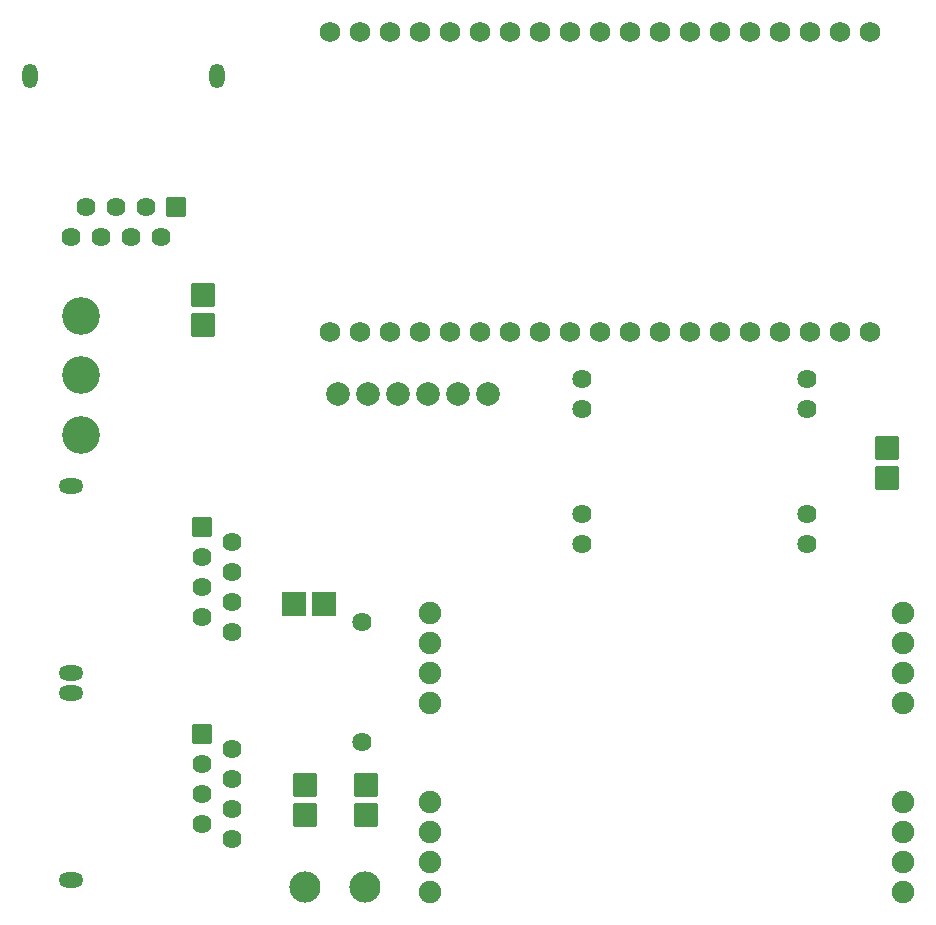
<source format=gts>
G04 Layer: TopSolderMaskLayer*
G04 EasyEDA v6.5.22, 2023-04-05 22:42:55*
G04 57731fc057a342d4b2a8a82ce43b0460,f9ecfe7abe46434aadffdc01d2bfd918,10*
G04 Gerber Generator version 0.2*
G04 Scale: 100 percent, Rotated: No, Reflected: No *
G04 Dimensions in millimeters *
G04 leading zeros omitted , absolute positions ,4 integer and 5 decimal *
%FSLAX45Y45*%
%MOMM*%

%AMMACRO1*1,1,$1,$2,$3*1,1,$1,$4,$5*1,1,$1,0-$2,0-$3*1,1,$1,0-$4,0-$5*20,1,$1,$2,$3,$4,$5,0*20,1,$1,$4,$5,0-$2,0-$3,0*20,1,$1,0-$2,0-$3,0-$4,0-$5,0*20,1,$1,0-$4,0-$5,$2,$3,0*4,1,4,$2,$3,$4,$5,0-$2,0-$3,0-$4,0-$5,$2,$3,0*%
%ADD10C,1.9016*%
%ADD11C,1.7272*%
%ADD12C,2.6416*%
%ADD13MACRO1,0.1016X0.9652X-0.9652X-0.9652X-0.9652*%
%ADD14C,1.6240*%
%ADD15MACRO1,0.1X0.762X0.762X0.762X-0.762*%
%ADD16O,2.1000212X1.3000228*%
%ADD17C,1.6256*%
%ADD18R,2.0320X2.0320*%
%ADD19C,2.0033*%
%ADD20C,3.2032*%
%ADD21MACRO1,0.1X0.762X-0.762X-0.762X-0.762*%
%ADD22O,1.3000228X2.1000212*%

%LPD*%
D10*
G01*
X3692499Y3110001D03*
G01*
X3692499Y2856001D03*
G01*
X3692499Y2602001D03*
G01*
X3692499Y2348001D03*
G01*
X7692491Y3110001D03*
G01*
X7692491Y2856001D03*
G01*
X7692491Y2602001D03*
G01*
X7692491Y2348001D03*
D11*
G01*
X2844800Y7086600D03*
G01*
X3098800Y7086600D03*
G01*
X3352800Y7086600D03*
G01*
X3606800Y7086600D03*
G01*
X3860800Y7086600D03*
G01*
X4114800Y7086600D03*
G01*
X4368800Y7086600D03*
G01*
X4622800Y7086600D03*
G01*
X4876800Y7086600D03*
G01*
X5130800Y7086600D03*
G01*
X5384800Y7086600D03*
G01*
X5638800Y7086600D03*
G01*
X5892800Y7086600D03*
G01*
X6146800Y7086600D03*
G01*
X6400800Y7086600D03*
G01*
X6654800Y7086600D03*
G01*
X6908800Y7086600D03*
G01*
X7162800Y7086600D03*
G01*
X7416800Y7086600D03*
G01*
X7416800Y9626600D03*
G01*
X7162800Y9626600D03*
G01*
X6908800Y9626600D03*
G01*
X6654800Y9626600D03*
G01*
X6400800Y9626600D03*
G01*
X6146800Y9626600D03*
G01*
X5892800Y9626600D03*
G01*
X5638800Y9626600D03*
G01*
X5384800Y9626600D03*
G01*
X5130800Y9626600D03*
G01*
X4876800Y9626600D03*
G01*
X4622800Y9626600D03*
G01*
X4368800Y9626600D03*
G01*
X4114800Y9626600D03*
G01*
X3860800Y9626600D03*
G01*
X3606800Y9626600D03*
G01*
X3352800Y9626600D03*
G01*
X3098800Y9626600D03*
G01*
X2844800Y9626600D03*
D12*
G01*
X2628900Y2387600D03*
G01*
X3136900Y2387600D03*
D13*
G01*
X2628900Y3251200D03*
G01*
X2628900Y2997200D03*
D14*
G01*
X2015490Y4546600D03*
G01*
X1761489Y4673600D03*
G01*
X2015490Y4800600D03*
G01*
X1761489Y4927600D03*
G01*
X2015490Y5054600D03*
G01*
X1761489Y5181600D03*
G01*
X2015490Y5308600D03*
D15*
G01*
X1761492Y5435607D03*
D16*
G01*
X651510Y4201109D03*
G01*
X651510Y5781090D03*
D14*
G01*
X2015490Y2794000D03*
G01*
X1761489Y2921000D03*
G01*
X2015490Y3048000D03*
G01*
X1761489Y3175000D03*
G01*
X2015490Y3302000D03*
G01*
X1761489Y3429000D03*
G01*
X2015490Y3556000D03*
D15*
G01*
X1761492Y3683007D03*
D16*
G01*
X651510Y2448509D03*
G01*
X651510Y4028490D03*
D17*
G01*
X4978400Y6438900D03*
G01*
X4978400Y6692900D03*
G01*
X4978400Y5549900D03*
G01*
X4978400Y5295900D03*
G01*
X6883400Y6692900D03*
G01*
X6883400Y6438900D03*
G01*
X6883400Y5549900D03*
G01*
X6883400Y5295900D03*
D13*
G01*
X7556500Y6108700D03*
G01*
X7556500Y5854700D03*
D18*
G01*
X2794000Y4787900D03*
G01*
X2540000Y4787900D03*
D13*
G01*
X3149600Y3251200D03*
G01*
X3149600Y2997200D03*
D17*
G01*
X3111500Y3619500D03*
G01*
X3111500Y4635500D03*
D19*
G01*
X4178300Y6565900D03*
G01*
X3924300Y6565900D03*
G01*
X3670300Y6565900D03*
G01*
X3416300Y6565900D03*
G01*
X3162300Y6565900D03*
G01*
X2908300Y6565900D03*
D20*
G01*
X730300Y6219012D03*
G01*
X730300Y6719011D03*
G01*
X730300Y7219010D03*
D13*
G01*
X1765300Y7404100D03*
G01*
X1765300Y7150100D03*
D10*
G01*
X3692499Y4710201D03*
G01*
X3692499Y4456201D03*
G01*
X3692499Y4202201D03*
G01*
X3692499Y3948201D03*
G01*
X7692491Y4710201D03*
G01*
X7692491Y4456201D03*
G01*
X7692491Y4202201D03*
G01*
X7692491Y3948201D03*
D14*
G01*
X647700Y7890484D03*
G01*
X774700Y8144484D03*
G01*
X901700Y7890484D03*
G01*
X1028700Y8144484D03*
G01*
X1155700Y7890484D03*
G01*
X1282700Y8144484D03*
G01*
X1409700Y7890484D03*
D21*
G01*
X1536707Y8144507D03*
D22*
G01*
X302209Y9254489D03*
G01*
X1882190Y9254489D03*
M02*

</source>
